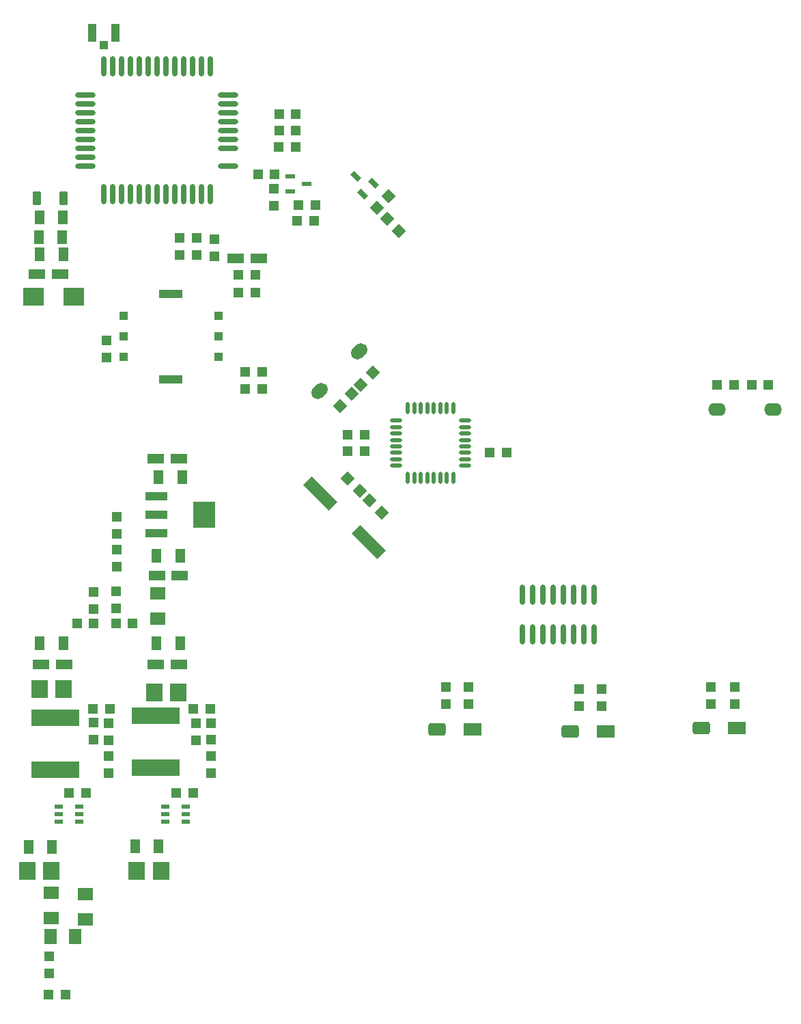
<source format=gbr>
G04*
G04 #@! TF.GenerationSoftware,Altium Limited,Altium Designer,24.2.2 (26)*
G04*
G04 Layer_Color=8421504*
%FSLAX44Y44*%
%MOMM*%
G71*
G04*
G04 #@! TF.SameCoordinates,B60BE1A1-B81C-4E43-A62B-C970C25FC29D*
G04*
G04*
G04 #@! TF.FilePolarity,Positive*
G04*
G01*
G75*
G04:AMPARAMS|DCode=23|XSize=1.6mm|YSize=2.2mm|CornerRadius=0.4mm|HoleSize=0mm|Usage=FLASHONLY|Rotation=270.000|XOffset=0mm|YOffset=0mm|HoleType=Round|Shape=RoundedRectangle|*
%AMROUNDEDRECTD23*
21,1,1.6000,1.4000,0,0,270.0*
21,1,0.8000,2.2000,0,0,270.0*
1,1,0.8000,-0.7000,-0.4000*
1,1,0.8000,-0.7000,0.4000*
1,1,0.8000,0.7000,0.4000*
1,1,0.8000,0.7000,-0.4000*
%
%ADD23ROUNDEDRECTD23*%
%ADD24R,2.2000X1.6000*%
G04:AMPARAMS|DCode=25|XSize=1.65mm|YSize=1.1mm|CornerRadius=0.1375mm|HoleSize=0mm|Usage=FLASHONLY|Rotation=270.000|XOffset=0mm|YOffset=0mm|HoleType=Round|Shape=RoundedRectangle|*
%AMROUNDEDRECTD25*
21,1,1.6500,0.8250,0,0,270.0*
21,1,1.3750,1.1000,0,0,270.0*
1,1,0.2750,-0.4125,-0.6875*
1,1,0.2750,-0.4125,0.6875*
1,1,0.2750,0.4125,0.6875*
1,1,0.2750,0.4125,-0.6875*
%
%ADD25ROUNDEDRECTD25*%
G04:AMPARAMS|DCode=26|XSize=4.5mm|YSize=1.5mm|CornerRadius=0mm|HoleSize=0mm|Usage=FLASHONLY|Rotation=135.000|XOffset=0mm|YOffset=0mm|HoleType=Round|Shape=Rectangle|*
%AMROTATEDRECTD26*
4,1,4,2.1213,-1.0607,1.0607,-2.1213,-2.1213,1.0607,-1.0607,2.1213,2.1213,-1.0607,0.0*
%
%ADD26ROTATEDRECTD26*%

%ADD27O,0.7000X2.5000*%
%ADD28O,0.5000X1.5000*%
%ADD29O,1.5000X0.5000*%
%ADD30R,2.7000X3.3000*%
%ADD31R,2.7000X1.0000*%
%ADD32R,1.0000X0.5500*%
%ADD33R,1.0000X0.5500*%
G04:AMPARAMS|DCode=34|XSize=1.6mm|YSize=2.2mm|CornerRadius=0mm|HoleSize=0mm|Usage=FLASHONLY|Rotation=315.000|XOffset=0mm|YOffset=0mm|HoleType=Round|Shape=Round|*
%AMOVALD34*
21,1,0.6000,1.6000,0.0000,0.0000,45.0*
1,1,1.6000,-0.2121,-0.2121*
1,1,1.6000,0.2121,0.2121*
%
%ADD34OVALD34*%

%ADD35O,2.2000X1.6000*%
%ADD36P,1.6971X4X360.0*%
%ADD37P,1.6971X4X270.0*%
%ADD38R,1.2000X1.2000*%
%ADD39R,1.2000X1.2000*%
G04:AMPARAMS|DCode=40|XSize=0.6mm|YSize=1.3mm|CornerRadius=0mm|HoleSize=0mm|Usage=FLASHONLY|Rotation=225.000|XOffset=0mm|YOffset=0mm|HoleType=Round|Shape=Rectangle|*
%AMROTATEDRECTD40*
4,1,4,-0.2475,0.6718,0.6718,-0.2475,0.2475,-0.6718,-0.6718,0.2475,-0.2475,0.6718,0.0*
%
%ADD40ROTATEDRECTD40*%

%ADD41R,1.3000X0.6000*%
%ADD42O,0.7000X2.5000*%
%ADD43O,2.5000X0.7000*%
%ADD44R,6.0000X2.0000*%
%ADD45R,1.0500X2.2000*%
%ADD46R,1.0000X1.0500*%
%ADD47R,1.1000X1.0000*%
%ADD48R,3.0000X1.0000*%
%ADD49R,1.9000X1.5000*%
%ADD50R,1.5000X1.9000*%
%ADD51R,2.6000X2.2000*%
%ADD52R,1.3000X1.8000*%
%ADD53R,2.0000X1.2000*%
%ADD54R,2.0000X2.2000*%
D23*
X771750Y636270D02*
D03*
X934310Y640080D02*
D03*
X606650Y638810D02*
D03*
D24*
X815750Y636270D02*
D03*
X978310Y640080D02*
D03*
X650650Y638810D02*
D03*
D25*
X143490Y1296670D02*
D03*
X110490D02*
D03*
D26*
X521542Y870378D02*
D03*
X461438Y930482D02*
D03*
D27*
X801370Y805550D02*
D03*
X788670D02*
D03*
X775970D02*
D03*
X763270D02*
D03*
X750570D02*
D03*
X737870D02*
D03*
X725170D02*
D03*
X712470D02*
D03*
X801370Y756550D02*
D03*
X788670D02*
D03*
X775970D02*
D03*
X763270D02*
D03*
X750570D02*
D03*
X737870D02*
D03*
X725170D02*
D03*
X712470D02*
D03*
D28*
X626170Y1036148D02*
D03*
X618170D02*
D03*
X610170D02*
D03*
X602170D02*
D03*
X594170D02*
D03*
X586170D02*
D03*
X578170D02*
D03*
X570170D02*
D03*
X626170Y950132D02*
D03*
X618170D02*
D03*
X610170D02*
D03*
X602170D02*
D03*
X594170D02*
D03*
X586170D02*
D03*
X578170D02*
D03*
X570170D02*
D03*
D29*
X641178Y965140D02*
D03*
Y973140D02*
D03*
Y981140D02*
D03*
Y989140D02*
D03*
Y997140D02*
D03*
Y1005140D02*
D03*
Y1013140D02*
D03*
Y1021140D02*
D03*
X555162D02*
D03*
Y1013140D02*
D03*
Y1005140D02*
D03*
Y997140D02*
D03*
Y989140D02*
D03*
Y981140D02*
D03*
Y973140D02*
D03*
Y965140D02*
D03*
D30*
X317500Y904240D02*
D03*
D31*
X258500Y881240D02*
D03*
Y904240D02*
D03*
Y927240D02*
D03*
D32*
X294940Y542900D02*
D03*
X268940Y533400D02*
D03*
Y523900D02*
D03*
X294940D02*
D03*
Y533400D02*
D03*
X162860Y542900D02*
D03*
X136860Y533400D02*
D03*
Y523900D02*
D03*
X162860D02*
D03*
Y533400D02*
D03*
D33*
X268940Y542900D02*
D03*
X136860Y542900D02*
D03*
D34*
X509889Y1106789D02*
D03*
X460391Y1057291D02*
D03*
D35*
X953060Y1035050D02*
D03*
X1023060D02*
D03*
D36*
X485675Y1039395D02*
D03*
X500524Y1054244D02*
D03*
X531395Y1284505D02*
D03*
X546244Y1299354D02*
D03*
X511826Y1065546D02*
D03*
X526675Y1080395D02*
D03*
D37*
X544095Y1270735D02*
D03*
X558944Y1255886D02*
D03*
X495417Y949317D02*
D03*
X510266Y934468D02*
D03*
X537566Y907168D02*
D03*
X522717Y922017D02*
D03*
D38*
X410260Y1400810D02*
D03*
X431260D02*
D03*
X410260Y1380490D02*
D03*
X431260D02*
D03*
X410210Y1360170D02*
D03*
X431210D02*
D03*
X405080Y1325880D02*
D03*
X384080D02*
D03*
X434390Y1287780D02*
D03*
X455390D02*
D03*
X1017220Y1065530D02*
D03*
X996220D02*
D03*
X124510Y309880D02*
D03*
X145510D02*
D03*
X325230Y664210D02*
D03*
X304230D02*
D03*
X200610D02*
D03*
X179610D02*
D03*
X453890Y1268730D02*
D03*
X432890D02*
D03*
X159680Y769620D02*
D03*
X180680D02*
D03*
X207940D02*
D03*
X228940D02*
D03*
X360086Y1179830D02*
D03*
X381086D02*
D03*
X360086Y1201420D02*
D03*
X381086D02*
D03*
X974684Y1065530D02*
D03*
X953684D02*
D03*
X516214Y1003300D02*
D03*
X495214D02*
D03*
X671236Y981710D02*
D03*
X692236D02*
D03*
X516214Y982980D02*
D03*
X495214D02*
D03*
X304124Y560070D02*
D03*
X283124D02*
D03*
X170774Y560070D02*
D03*
X149774D02*
D03*
D39*
X308610Y1247090D02*
D03*
Y1226090D02*
D03*
X330200Y1245870D02*
D03*
Y1224870D02*
D03*
X287020Y1247140D02*
D03*
Y1226140D02*
D03*
X403860Y1308100D02*
D03*
Y1287100D02*
D03*
X810260Y688340D02*
D03*
Y667340D02*
D03*
X645160Y690880D02*
D03*
Y669880D02*
D03*
X975360Y690880D02*
D03*
Y669880D02*
D03*
X209550Y860930D02*
D03*
Y839930D02*
D03*
X180340Y787450D02*
D03*
Y808450D02*
D03*
X208280Y788720D02*
D03*
Y809720D02*
D03*
X307340Y624890D02*
D03*
Y645890D02*
D03*
X326390Y584250D02*
D03*
Y605250D02*
D03*
X179960Y626190D02*
D03*
Y647190D02*
D03*
X199390Y584200D02*
D03*
Y605200D02*
D03*
X782320Y667680D02*
D03*
Y688680D02*
D03*
X617220Y670220D02*
D03*
Y691220D02*
D03*
X946150Y670220D02*
D03*
Y691220D02*
D03*
X209550Y901960D02*
D03*
Y880960D02*
D03*
X125730Y357210D02*
D03*
Y336210D02*
D03*
X389890Y1081364D02*
D03*
Y1060364D02*
D03*
X368300Y1081364D02*
D03*
Y1060364D02*
D03*
X196850Y1099226D02*
D03*
Y1120226D02*
D03*
X326390Y625516D02*
D03*
Y646516D02*
D03*
X199010Y625436D02*
D03*
Y646436D02*
D03*
D40*
X505655Y1323145D02*
D03*
X527222Y1315013D02*
D03*
X513787Y1301578D02*
D03*
D41*
X444840Y1314450D02*
D03*
X423840Y1304950D02*
D03*
Y1323950D02*
D03*
D42*
X193080Y1301490D02*
D03*
X204080D02*
D03*
X215080D02*
D03*
X226080D02*
D03*
X237080D02*
D03*
X248080D02*
D03*
X259080D02*
D03*
X270080D02*
D03*
X281080D02*
D03*
X292080D02*
D03*
X303080D02*
D03*
X314080D02*
D03*
X325080D02*
D03*
Y1459490D02*
D03*
X314080D02*
D03*
X303080D02*
D03*
X292080D02*
D03*
X281080D02*
D03*
X270080D02*
D03*
X259080D02*
D03*
X248080D02*
D03*
X237080D02*
D03*
X226080D02*
D03*
X215080D02*
D03*
X204080D02*
D03*
X193080D02*
D03*
D43*
X347580Y1336490D02*
D03*
Y1358490D02*
D03*
Y1369490D02*
D03*
Y1380490D02*
D03*
Y1391490D02*
D03*
Y1402490D02*
D03*
Y1413490D02*
D03*
Y1424490D02*
D03*
X170580D02*
D03*
Y1413490D02*
D03*
Y1402490D02*
D03*
Y1391490D02*
D03*
Y1380490D02*
D03*
Y1369490D02*
D03*
Y1358490D02*
D03*
Y1347490D02*
D03*
Y1336490D02*
D03*
D44*
X257810Y655570D02*
D03*
Y591570D02*
D03*
X133350Y653030D02*
D03*
Y589030D02*
D03*
D45*
X178290Y1501140D02*
D03*
X207790D02*
D03*
D46*
X193040Y1486140D02*
D03*
D47*
X335280Y1150620D02*
D03*
Y1125220D02*
D03*
Y1099820D02*
D03*
X217280Y1150620D02*
D03*
Y1125220D02*
D03*
Y1099820D02*
D03*
D48*
X276280Y1178220D02*
D03*
Y1072220D02*
D03*
D49*
X260350Y806710D02*
D03*
Y775710D02*
D03*
X170180Y434600D02*
D03*
Y403600D02*
D03*
X128270Y435870D02*
D03*
Y404870D02*
D03*
D50*
X126740Y382270D02*
D03*
X157740D02*
D03*
D51*
X105810Y1174750D02*
D03*
X155810D02*
D03*
D52*
X142610Y1272540D02*
D03*
X113610D02*
D03*
X141340Y1248410D02*
D03*
X112340D02*
D03*
X142770Y1226820D02*
D03*
X113770D02*
D03*
X290090Y951230D02*
D03*
X261090D02*
D03*
X258550Y853440D02*
D03*
X287550D02*
D03*
X258550Y745490D02*
D03*
X287550D02*
D03*
X260880Y494030D02*
D03*
X231880D02*
D03*
X142770Y745490D02*
D03*
X113770D02*
D03*
X128800Y492760D02*
D03*
X99800D02*
D03*
D53*
X110460Y1202690D02*
D03*
X138460D02*
D03*
X384840Y1221740D02*
D03*
X356840D02*
D03*
X257780Y974090D02*
D03*
X285780D02*
D03*
X287050Y829310D02*
D03*
X259050D02*
D03*
X285780Y718820D02*
D03*
X257780D02*
D03*
X115540D02*
D03*
X143540D02*
D03*
D54*
X263920Y463550D02*
D03*
X233920D02*
D03*
X255510Y684530D02*
D03*
X285510D02*
D03*
X128030Y463550D02*
D03*
X98030D02*
D03*
X143270Y688340D02*
D03*
X113270D02*
D03*
M02*

</source>
